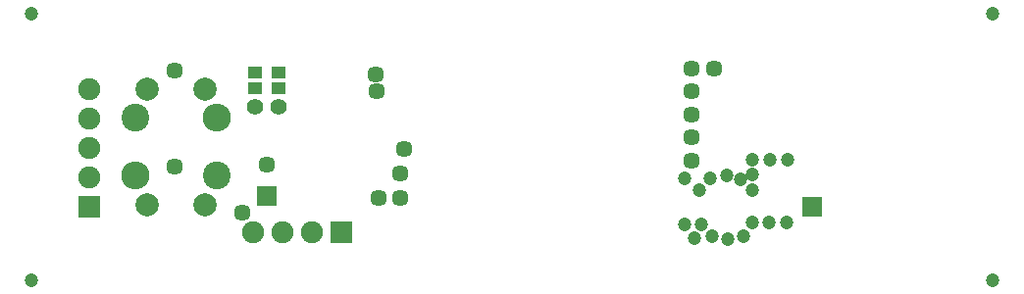
<source format=gbs>
G04*
G04 #@! TF.GenerationSoftware,Altium Limited,Altium Designer,18.1.1 (9)*
G04*
G04 Layer_Color=16711935*
%FSLAX42Y42*%
%MOMM*%
G71*
G01*
G75*
%ADD11R,1.20X1.00*%
%ADD22C,1.40*%
%ADD23R,1.80X1.80*%
%ADD24C,2.40*%
%ADD25O,2.45X2.40*%
%ADD26C,2.00*%
%ADD27C,1.20*%
%ADD28R,1.91X1.91*%
%ADD29C,1.91*%
%ADD30R,1.91X1.91*%
%ADD31C,1.45*%
%ADD32C,1.20*%
%ADD62R,1.70X1.70*%
D11*
X1680Y1410D02*
D03*
Y1545D02*
D03*
X1880Y1410D02*
D03*
Y1545D02*
D03*
D22*
Y1250D02*
D03*
X1680D02*
D03*
D23*
X6490Y380D02*
D03*
D24*
X650Y1150D02*
D03*
X1350Y650D02*
D03*
D25*
X1350Y1150D02*
D03*
X650Y650D02*
D03*
D26*
X750Y1400D02*
D03*
X1250D02*
D03*
Y400D02*
D03*
X750D02*
D03*
D27*
X8050Y-250D02*
D03*
X-250Y2050D02*
D03*
X8050D02*
D03*
X-250Y-250D02*
D03*
D28*
X2424Y160D02*
D03*
D29*
X2170D02*
D03*
X1916D02*
D03*
X1662D02*
D03*
X250Y635D02*
D03*
Y889D02*
D03*
Y1143D02*
D03*
Y1397D02*
D03*
D30*
Y381D02*
D03*
D31*
X1570Y330D02*
D03*
X990Y1560D02*
D03*
Y730D02*
D03*
X2720Y1530D02*
D03*
X1780Y750D02*
D03*
X2970Y880D02*
D03*
X2930Y670D02*
D03*
X2730Y1380D02*
D03*
X5640Y1580D02*
D03*
X5450Y1580D02*
D03*
X2930Y460D02*
D03*
X2750D02*
D03*
X5450Y780D02*
D03*
Y980D02*
D03*
Y1180D02*
D03*
Y1380D02*
D03*
D32*
X5390Y630D02*
D03*
X5870Y620D02*
D03*
X5900Y130D02*
D03*
X5630D02*
D03*
X5610Y630D02*
D03*
X5750Y650D02*
D03*
X5760Y100D02*
D03*
X5530Y230D02*
D03*
X5520Y530D02*
D03*
X6270Y250D02*
D03*
X6120D02*
D03*
X5970D02*
D03*
Y790D02*
D03*
Y660D02*
D03*
Y530D02*
D03*
X6130Y790D02*
D03*
X6280D02*
D03*
X5390Y230D02*
D03*
X5470Y110D02*
D03*
D62*
X1780Y480D02*
D03*
M02*

</source>
